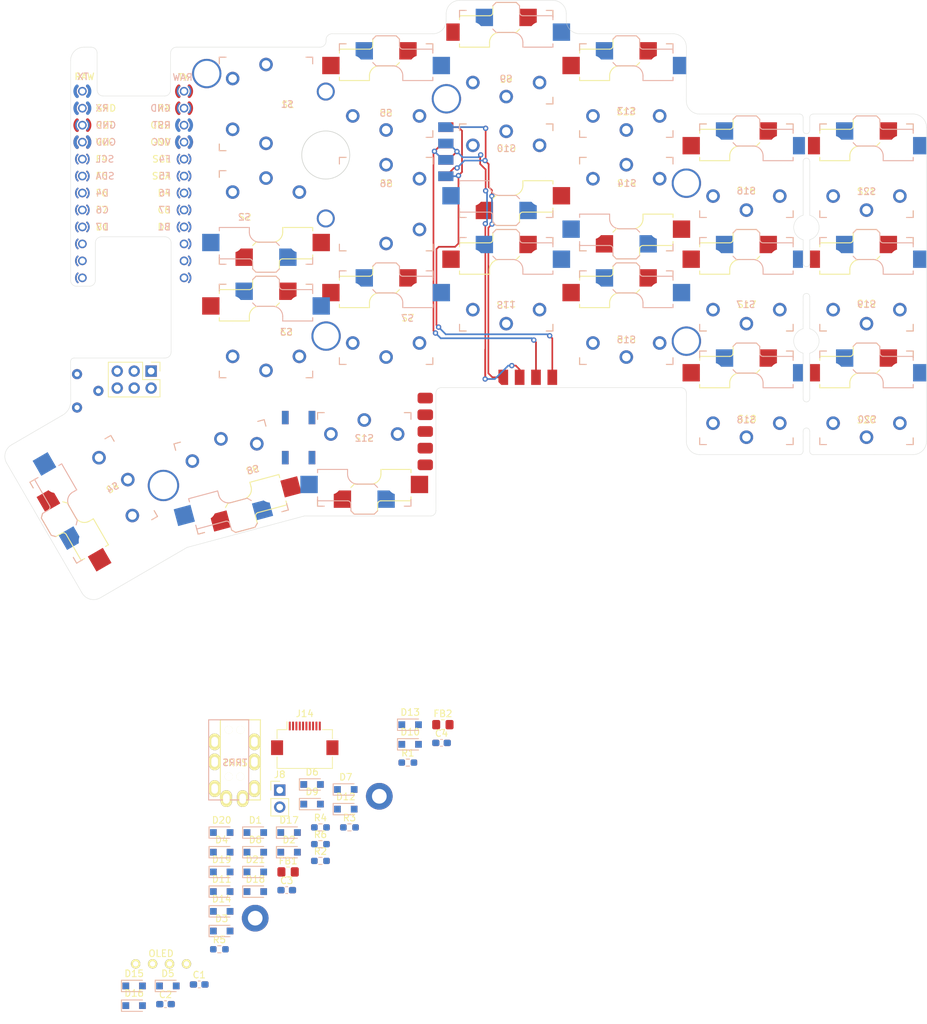
<source format=kicad_pcb>
(kicad_pcb (version 20211014) (generator pcbnew)
  (title_block (title "TPS42 Split Keyboard") (date "2021-11-13") (rev "1"))
  (layers (0 "F.Cu" signal) (31 "B.Cu" signal) (34 "B.Paste" user) (35 "F.Paste" user) (36 "B.SilkS" user "B.Silkscreen") (37 "F.SilkS" user "F.Silkscreen") (38 "B.Mask" user) (39 "F.Mask" user) (44 "Edge.Cuts" user))
  (net 0 "")
  (net 1 "Net-(C1-Pad2)")
  (net 2 "VCC")
  (net 3 "Net-(D1-Pad2)")
  (net 4 "ROW0")
  (net 5 "Net-(D2-Pad2)")
  (net 6 "ROW1")
  (net 7 "Net-(D3-Pad2)")
  (net 8 "ROW2")
  (net 9 "Net-(D4-Pad2)")
  (net 10 "ROW3")
  (net 11 "Net-(D5-Pad2)")
  (net 12 "Net-(D6-Pad2)")
  (net 13 "Net-(D7-Pad2)")
  (net 14 "Net-(D8-Pad2)")
  (net 15 "Net-(D9-Pad2)")
  (net 16 "Net-(D10-Pad2)")
  (net 17 "Net-(D11-Pad2)")
  (net 18 "Net-(D12-Pad2)")
  (net 19 "Net-(D13-Pad2)")
  (net 20 "Net-(D14-Pad2)")
  (net 21 "Net-(D15-Pad2)")
  (net 22 "Net-(D16-Pad2)")
  (net 23 "Net-(D17-Pad2)")
  (net 24 "Net-(D18-Pad2)")
  (net 25 "Net-(D19-Pad2)")
  (net 26 "Net-(D20-Pad2)")
  (net 27 "SERIAL")
  (net 28 "GND")
  (net 29 "TP_CLK")
  (net 30 "TP_DATA")
  (net 31 "DAT")
  (net 32 "Net-(J8-Pad1)")
  (net 33 "CLK")
  (net 34 "CS")
  (net 35 "COL0")
  (net 36 "COL1")
  (net 37 "COL2")
  (net 38 "COL3")
  (net 39 "COL4")
  (net 40 "COL5")
  (net 41 "BAT+")
  (net 42 "RESET")
  (net 43 "Net-(D21-Pad2)")
  (net 44 "Net-(J3-Pad1)")
  (net 45 "Net-(J3-Pad2)")
  (net 46 "Net-(J3-Pad3)")
  (net 47 "Net-(J3-Pad4)")
  (net 52 "/DISP")
  (net 53 "VDDA")
  (net 54 "GNDA")
  (net 55 "+3V3")
  (net 56 "Net-(J1-Pad1)")
  (net 57 "Net-(J1-Pad2)")
  (net 59 "Net-(J1-Pad4)")
  (net 60 "Net-(J13-Pad1)")
  (net 61 "Net-(J13-Pad4)")
  (net 62 "/SCLK")
  (net 63 "/SI")
  (net 64 "/SCS")
  (net 65 "/EXTCOMIN")
  (net 66 "/EXTMODE")
  (footprint "TPS42:OLED" (layer "F.Cu") (at 96.545 179.505)
    (fp_text reference "J6")
    (fp_text value "OLED" hide)
  )
  (footprint "Connector_PinHeader_2.54mm:PinHeader_2x03_P2.54mm_Vertical" (layer "F.Cu") (at 95.055 90.755 -90)
    (fp_text reference "J11" hide)
    (fp_text value "Conn_01x06" hide)
  )
  (footprint "TPS42:D_SOD-323_HandSoldering_Reversable" (layer "F.Cu") (at 105.63 159.84)
    (fp_text reference "D20")
    (fp_text value "D_Small")
  )
  (footprint "TPS42:TPSensorModule_Connector" (layer "F.Cu") (at 139.22 57.9 180)
    (fp_text reference "J9" hide)
    (fp_text value "TP Sensor Module" hide)
  )
  (footprint "TPS42:Kailh_socket_PG1350_optional_reversible.kicad_mod" (layer "F.Cu") (at 166.275 82.75)
    (fp_text reference "S15")
    (fp_text value "Switch" hide)
  )
  (footprint "TPS42:Kailh_socket_PG1350_optional_reversible.kicad_mod" (layer "F.Cu") (at 112.274999 67.750001 180)
    (fp_text reference "S2")
    (fp_text value "Switch" hide)
  )
  (footprint "TPS42:Kailh_socket_PG1350_optional_reversible.kicad_mod" (layer "F.Cu") (at 202.275 94.75)
    (fp_text reference "S20")
    (fp_text value "Switch" hide)
  )
  (footprint "Resistor_SMD:R_0805_2012Metric_Pad1.20x1.40mm_HandSolder" (layer "F.Cu") (at 138.78 143.69)
    (fp_text reference "FB2")
    (fp_text value "Ferrite_Bead")
  )
  (footprint "TPS42:Kailh_socket_PG1350_optional_reversible.kicad_mod" (layer "F.Cu") (at 107.05 106.6 -165)
    (fp_text reference "S8")
    (fp_text value "Switch" hide)
  )
  (footprint "TPS42:SMD-SW-4_5.1x5.1x2.5" (layer "F.Cu") (at 117.16 100.71 90)
    (fp_text reference "SW3" hide)
    (fp_text value "Reset" hide)
  )
  (footprint "Connector_FFC-FPC:Hirose_FH12-10S-0.5SH_1x10-1MP_P0.50mm_Horizontal" (layer "F.Cu") (at 118.08 145.74)
    (fp_text reference "J14")
    (fp_text value "FH12-10S-0.5SH")
  )
  (footprint "TPS42:D_SOD-323_HandSoldering_Reversable" (layer "F.Cu") (at 110.68 162.79)
    (fp_text reference "D8")
    (fp_text value "D_Small")
  )
  (footprint "TPS42:HOLE_M2_TH" (layer "F.Cu") (at 175.28 62.62)
    (fp_text reference "U7" hide)
    (fp_text value "Hole" hide)
  )
  (footprint "TPS42:D_SOD-323_HandSoldering_Reversable" (layer "F.Cu") (at 133.88 146.64)
    (fp_text reference "D10")
    (fp_text value "D_Small")
  )
  (footprint "TPS42:D_SOD-323_HandSoldering_Reversable" (layer "F.Cu") (at 110.68 159.84)
    (fp_text reference "D1")
    (fp_text value "D_Small")
  )
  (footprint "TPS42:R_0603_1608Metric_Pad0.98x0.95mm_HandSolder_Reversable" (layer "F.Cu") (at 133.53 149.37)
    (fp_text reference "R1")
    (fp_text value "4.7kΩ")
  )
  (footprint "TPS42:Kailh_socket_PG1350_optional_reversible.kicad_mod" (layer "F.Cu") (at 184.275 60.75)
    (fp_text reference "S16")
    (fp_text value "Switch" hide)
  )
  (footprint "TPS42:SW_PG1350_reversible" (layer "F.Cu") (at 112.275 50.75 180)
    (fp_text reference "S1")
    (fp_text value "Switch" hide)
  )
  (footprint "TPS42:D_SOD-323_HandSoldering_Reversable" (layer "F.Cu") (at 105.63 171.64)
    (fp_text reference "D14")
    (fp_text value "D_Small")
  )
  (footprint "TPS42:M2_HOLE_PCB" (layer "F.Cu") (at 110.655 172.665)
    (fp_text reference "U2" hide)
    (fp_text value "Hole")
  )
  (footprint "TPS42:R_0603_1608Metric_Pad0.98x0.95mm_HandSolder_Reversable" (layer "F.Cu") (at 120.43 161.58)
    (fp_text reference "R6")
    (fp_text value "10kΩ")
  )
  (footprint "TPS42:D_SOD-323_HandSoldering_Reversable" (layer "F.Cu") (at 119.18 155.59)
    (fp_text reference "D9")
    (fp_text value "D_Small")
  )
  (footprint "TPS42:R_0603_1608Metric_Pad0.98x0.95mm_HandSolder_Reversable" (layer "F.Cu") (at 120.43 159.07)
    (fp_text reference "R4")
    (fp_text value "4.7kΩ")
  )
  (footprint "TPS42:HOLE_M2_TH" (layer "F.Cu") (at 96.9 107.88)
    (fp_text reference "U12" hide)
    (fp_text value "Hole" hide)
  )
  (footprint "TPS42:D_SOD-323_HandSoldering_Reversable" (layer "F.Cu") (at 110.68 168.69)
    (fp_text reference "D18")
    (fp_text value "D_Small")
  )
  (footprint "TPS42:HOLE_M2_TH" (layer "F.Cu") (at 139.31 49.98)
    (fp_text reference "U8" hide)
    (fp_text value "Hole" hide)
  )
  (footprint "Connector_PinHeader_2.54mm:PinHeader_1x02_P2.54mm_Vertical" (layer "F.Cu") (at 114.33 153.49)
    (fp_text reference "J8")
    (fp_text value "Battery")
  )
  (footprint "TPS42:D_SOD-323_HandSoldering_Reversable" (layer "F.Cu") (at 124.23 156.34)
    (fp_text reference "D12")
    (fp_text value "D_Small")
  )
  (footprint "TPS42:TPModule" (layer "F.Cu") (at 136.14 99.79)
    (fp_text reference "J7" hide)
    (fp_text value "TrackPoint" hide)
  )
  (footprint "TPS42:C_0603_1608Metric_Pad1.08x0.95mm_HandSolder_Reversable" (layer "F.Cu") (at 102.26 182.59)
    (fp_text reference "C1")
    (fp_text value "2.2uF")
  )
  (footprint "TPS42:Kailh_socket_PG1350_optional_reversible.kicad_mod" (layer "F.Cu") (at 148.275 77.75)
    (fp_text reference "S11")
    (fp_text value "Switch" hide)
  )
  (footprint "TPS42:Kailh_socket_PG1350_optional_reversible.kicad_mod" (layer "F.Cu") (at 166.275 65.75 180)
    (fp_text reference "S14")
    (fp_text value "Switch" hide)
  )
  (footprint "TPS42:D_SOD-323_HandSoldering_Reversable" (layer "F.Cu") (at 124.23 153.39)
    (fp_text reference "D7")
    (fp_text value "D_Small")
  )
  (footprint "TPS42:Kailh_socket_PG1350_optional_reversible.kicad_mod" (layer "F.Cu") (at 202.275 77.75)
    (fp_text reference "S19")
    (fp_text value "Switch" hide)
  )
  (footprint "TPS42:Kailh_socket_PG1350_optional_reversible.kicad_mod" (layer "F.Cu") (at 166.275 48.75)
    (fp_text reference "S13")
    (fp_text value "Switch" hide)
  )
  (footprint "TPS42:D_SOD-323_HandSoldering_Reversable" (layer "F.Cu") (at 105.63 168.69)
    (fp_text reference "D11")
    (fp_text value "D_Small")
  )
  (footprint "TPS42:R_0603_1608Metric_Pad0.98x0.95mm_HandSolder_Reversable" (layer "F.Cu") (at 124.78 159.07)
    (fp_text reference "R3")
    (fp_text value "4.7kΩ")
  )
  (footprint "TPS42:Kailh_socket_PG1350_optional_reversible.kicad_mod" (layer "F.Cu") (at 130.274999 82.750001)
    (fp_text reference "S7")
    (fp_text value "Switch" hide)
  )
  (footprint "TPS42:Kailh_socket_PG1350_optional_reversible.kicad_mod" (layer "F.Cu") (at 184.275 94.75)
    (fp_text reference "S18")
    (fp_text value "Switch" hide)
  )
  (footprint "TPS42:MJ-4PP-9" (layer "F.Cu") (at 108.43 142.965)
    (fp_text reference "J1")
    (fp_text value "PJ-320A" hide)
  )
  (footprint "TPS42:D_SOD-323_HandSoldering_Reversable" (layer "F.Cu") (at 92.51 185.76)
    (fp_text reference "D16")
    (fp_text value "D_Small")
  )
  (footprint "TPS42:C_0603_1608Metric_Pad1.08x0.95mm_HandSolder_Reversable" (layer "F.Cu") (at 97.21 185.54)
    (fp_text reference "C2")
    (fp_text value "560pF/680pF")
  )
  (footprint "TPS42:D_SOD-323_HandSoldering_Reversable" (layer "F.Cu") (at 105.63 174.59)
    (fp_text reference "D3")
    (fp_text value "D_Small")
  )
  (footprint "TPS42:Kailh_socket_PG1350_optional_reversible.kicad_mod" (layer "F.Cu") (at 148.275 60.75 180)
    (fp_text reference "S10")
    (fp_text value "Switch" hide)
  )
  (footprint "Resistor_SMD:R_0805_2012Metric_Pad1.20x1.40mm_HandSolder" (layer "F.Cu") (at 115.58 165.74)
    (fp_text reference "FB1")
    (fp_text value "Ferrite_Bead")
  )
  (footprint "TPS42:C_0603_1608Metric_Pad1.08x0.95mm_HandSolder_Reversable" (layer "F.Cu") (at 138.58 146.42)
    (fp_text reference "C4")
    (fp_text value "1uF")
  )
  (footprint "TPS42:D_SOD-323_HandSoldering_Reversable" (layer "F.Cu") (at 119.18 152.64)
    (fp_text reference "D6")
    (fp_text value "D_Small")
  )
  (footprint "TPS42:D_SOD-323_HandSoldering_Reversable" (layer "F.Cu") (at 115.73 162.79)
    (fp_text reference "D2")
    (fp_text value "D_Small")
  )
  (footprint "TPS42:Kailh_socket_PG1350_optional_reversible.kicad_mod" (layer "F.Cu") (at 184.275 77.75)
    (fp_text reference "S17")
    (fp_text value "Switch" hide)
  )
  (footprint "TPS42:HOLE_M2_TH" (layer "F.Cu") (at 121.28 85.51)
    (fp_text reference "U5" hide)
    (fp_text value "Hole" hide)
  )
  (footprint "TPS42:TPSensorModule_Connector" (layer "F.Cu") (at 151.51 91.68 90)
    (fp_text reference "J3" hide)
    (fp_text value "TP Sensor Module" hide)
  )
  (footprint "TPS42:Kailh_socket_PG1350_optional_reversible.kicad_mod" (layer "F.Cu") (at 130.274999 48.75)
    (fp_text reference "S5")
    (fp_text value "Switch" hide)
  )
  (footprint "TPS42:Kailh_socket_PG1350_optional_reversible.kicad_mod" (layer "F.Cu") (at 112.274999 84.750001)
    (fp_text reference "S3")
    (fp_text value "Switch" hide)
  )
  (footprint "TPS42:HOLE_M2_TH" (layer "F.Cu") (at 103.39 46.2)
    (fp_text reference "U9" hide)
    (fp_text value "Hole" hide)
  )
  (footprint "TPS42:TPSensorModule" (layer "F.Cu") (at 121.227683 58.4)
    (fp_text reference "U11" hide)
    (fp_text value "Hole" hide)
    (fp_circle (center 0 0) (end 3.6 0) (layer "Edge.Cuts") (width 0.1) (fill none))
  )
  (footprint "TPS42:D_SOD-323_HandSoldering_Reversable" (layer "F.Cu") (at 105.63 165.74)
    (fp_text reference "D19")
    (fp_text value "D_Small")
  )
  (footprint "TPS42:R_0603_1608Metric_Pad0.98x0.95mm_HandSolder_Reversable" (layer "F.Cu") (at 120.43 164.09)
    (fp_text reference "R2")
    (fp_text value "4.7kΩ")
  )
  (footprint "TPS42:ProMicro_Flipped_v2_A" (layer "F.Cu") (at 92.37 61.56)
    (fp_text reference "U1" hide)
    (fp_text value "ProMicro" hide)
  )
  (footprint "TPS42:SW_PG1350_reversible" (layer "F.Cu") (at 130.275 65.75)
    (fp_text reference "S6" hide)
    (fp_text value "Switch" hide)
  )
  (footprint "TPS42:Kailh_socket_PG1350_optional_reversible.kicad_mod" (layer "F.Cu") (at 127 103.975 180)
    (fp_text reference "S12")
    (fp_text value "Switch" hide)
  )
  (footprint "TPS42:Kailh_socket_PG1350_125_optional_reversible.kicad_mod" (layer "F.Cu") (at 86.45 109.95 120)
    (fp_text reference "S4")
    (fp_text value "Switch" hide)
  )
  (footprint "TPS42:D_SOD-323_HandSoldering_Reversable" (layer "F.Cu") (at 115.73 159.84)
    (fp_text reference "D17")
    (fp_text value "D_Small")
  )
  (footprint "TPS42:D_SOD-323_HandSoldering_Reversable" (layer "F.Cu") (at 110.68 165.74)
    (fp_text reference "D21")
    (fp_text value "D_Small")
  )
  (footprint "TPS42:D_SOD-323_HandSoldering_Reversable" (layer "F.Cu") (at 92.51 182.81)
    (fp_text reference "D15")
    (fp_text value "D_Small")
  )
  (footprint "TPS42:Kailh_socket_PG1350_optional_reversible.kicad_mod" (layer "F.Cu") (at 148.275 43.75)
    (fp_text reference "S9")
    (fp_text value "Switch" hide)
  )
  (footprint "TPS42:M2_HOLE_PCB" (layer "F.Cu") (at 129.255 154.415)
    (fp_text reference "U3" hide)
    (fp_text value "Hole")
  )
  (footprint "TPS42:D_SOD-323_HandSoldering_Reversable" (layer "F.Cu") (at 105.63 162.79)
    (fp_text reference "D4")
    (fp_text value "D_Small")
  )
  (footprint "TPS42:C_0603_1608Metric_Pad1.08x0.95mm_HandSolder_Reversable" (layer "F.Cu") (at 115.38 168.47)
    (fp_text reference "C3")
    (fp_text value "1uF")
  )
  (footprint "TPS42:D_SOD-323_HandSoldering_Reversable" (layer "F.Cu") (at 97.56 182.81)
    (fp_text reference "D5")
    (fp_text value "D_Small")
  )
  (footprint "TPS42:Kailh_socket_PG1350_optional_reversible.kicad_mod" (layer "F.Cu") (at 202.275 60.75)
    (fp_text reference "S21")
    (fp_text value "Switch" hide)
  )
  (footprint "TPS42:D_SOD-323_HandSoldering_Reversable" (layer "F.Cu") (at 133.88 143.69)
    (fp_text reference "D13")
    (fp_text value "D_Small")
  )
  (footprint "TPS42:HOLE_M2_TH" (layer "F.Cu") (at 175.28 86.27)
    (fp_text reference "U4" hide)
    (fp_text value "Hole" hide)
  )
  (footprint "TPS42:R_0603_1608Metric_Pad0.98x0.95mm_HandSolder_Reversable" (layer "F.Cu") (at 105.28 177.32)
    (fp_text reference "R5")
    (fp_text value "100kΩ")
  )
  (footprint "TPS42:SW-TH_3P-L9.1-W3.5-P2.50-S3.20-A3" (layer "B.Cu") (at 85.55 93.71 90)
    (fp_text reference "SW1" hide)
    (fp_text value "SW_DPST_x2")
  )
  (footprint "TPS42:ProMicro_Flipped_v2_B" (layer "B.Cu") (at 92.37 61.56 180)
    (fp_text reference "U14" hide)
    (fp_text value "ProMicro" hide)
  )
  (footprint "TPS42:SMD-SW-4_5.1x5.1x2.5" (layer "B.Cu") (at 117.155 100.71 -90)
    (fp_text reference "SW2" hide)
    (fp_text value "Reset" hide)
  )
  (footprint "TPS42:TPSensorModule_Connector" (layer "B.Cu") (at 139.22 57.9 180)
    (fp_text reference "J4" hide)
    (fp_text value "TP Module" hide)
  )
  (gr_line (start 192.77 71.08) (end 192.77 74.62) (layer "Edge.Cuts") (width 0.05))
  (gr_arc (start 97.15 70.65) (mid 97.786395 70.913604) (end 98.05 71.55) (layer "Edge.Cuts") (width 0.05))
  (gr_line (start 193.77 52.77) (end 193.77 54.71) (layer "Edge.Cuts") (width 0.05))
  (gr_arc (start 97.963604 48.667208) (mid 97.7 49.303603) (end 97.063604 49.567208) (layer "Edge.Cuts") (width 0.05))
  (gr_arc (start 87.86 49.563604) (mid 87.223605 49.3) (end 86.96 48.663604) (layer "Edge.Cuts") (width 0.05))
  (gr_arc (start 86.7 71.55) (mid 86.963604 70.913605) (end 87.6 70.65) (layer "Edge.Cuts") (width 0.05))
  (gr_line (start 100.45 117.15) (end 87.427637 124.700199) (layer "Edge.Cuts") (width 0.05))
  (gr_arc (start 83 95.27) (mid 82.670729 96.478913) (end 81.774214 97.354214) (layer "Edge.Cuts") (width 0.05))
  (gr_arc (start 192.766447 102.756447) (mid 192.62 103.11) (end 192.266447 103.256447) (layer "Edge.Cuts") (width 0.05))
  (gr_line (start 85.8 78.05) (end 83.886396 78.053604) (layer "Edge.Cuts") (width 0.05))
  (gr_line (start 81.774214 97.354214) (end 74.131851 101.795588) (layer "Edge.Cuts") (width 0.05))
  (gr_arc (start 173.275786 40.244214) (mid 174.689999 40.83) (end 175.275786 42.244214) (layer "Edge.Cuts") (width 0.05))
  (gr_arc (start 86.063604 42.25) (mid 86.699999 42.513604) (end 86.963604 43.15) (layer "Edge.Cuts") (width 0.05))
  (gr_arc (start 193.77 74.62) (mid 193.27 75.12) (end 192.77 74.62) (layer "Edge.Cuts") (width 0.05))
  (gr_line (start 159.28 40.25) (end 173.275786 40.244214) (layer "Edge.Cuts") (width 0.05))
  (gr_arc (start 192.765494 88.07) (mid 191.363961 86.24) (end 192.765494 84.41) (layer "Edge.Cuts") (width 0.05))
  (gr_line (start 138.535685 93.23) (end 174.474315 93.23) (layer "Edge.Cuts") (width 0.05))
  (gr_line (start 211.27 54.264214) (end 211.27 101.25) (layer "Edge.Cuts") (width 0.05))
  (gr_line (start 192.766447 102.756447) (end 192.77 99.77) (layer "Edge.Cuts") (width 0.05))
  (gr_line (start 177.264214 52.27) (end 192.27 52.27) (layer "Edge.Cuts") (width 0.05))
  (gr_line (start 193.77 74.62) (end 193.768467 71.08) (layer "Edge.Cuts") (width 0.05))
  (gr_arc (start 192.77 59.37) (mid 193.27 58.87) (end 193.77 59.37) (layer "Edge.Cuts") (width 0.05))
  (gr_line (start 193.77 59.37) (end 193.768467 67.42) (layer "Edge.Cuts") (width 0.05))
  (gr_arc (start 193.77 94.87) (mid 193.27 95.37) (end 192.77 94.87) (layer "Edge.Cuts") (width 0.05))
  (gr_arc (start 193.77 52.77) (mid 193.916447 52.416447) (end 194.27 52.27) (layer "Edge.Cuts") (width 0.05))
  (gr_line (start 157.28 37.25) (end 157.28 38.25) (layer "Edge.Cuts") (width 0.05))
  (gr_arc (start 192.27 52.27) (mid 192.623553 52.416447) (end 192.77 52.77) (layer "Edge.Cuts") (width 0.05))
  (gr_arc (start 193.768467 67.42) (mid 195.17 69.25) (end 193.768467 71.08) (layer "Edge.Cuts") (width 0.05))
  (gr_line (start 137.74 111.65) (end 137.735685 94.03) (layer "Edge.Cuts") (width 0.05))
  (gr_line (start 73.399801 104.527638) (end 84.695587 123.968149) (layer "Edge.Cuts") (width 0.05))
  (gr_arc (start 97.967208 43.15) (mid 98.230812 42.513605) (end 98.867208 42.25) (layer "Edge.Cuts") (width 0.05))
  (gr_arc (start 177.270001 103.255786) (mid 175.855788 102.67) (end 175.270001 101.255786) (layer "Edge.Cuts") (width 0.05))
  (gr_arc (start 139.28 37.25) (mid 139.865786 35.835787) (end 141.28 35.25) (layer "Edge.Cuts") (width 0.05))
  (gr_line (start 97.15 88.79) (end 83.53 88.79) (layer "Edge.Cuts") (width 0.05))
  (gr_line (start 136.94 112.45) (end 118 112.45) (layer "Edge.Cuts") (width 0.05))
  (gr_line (start 122.17 40.25) (end 137.275786 40.25) (layer "Edge.Cuts") (width 0.05))
  (gr_arc (start 82.98 89.33) (mid 83.144678 88.947635) (end 83.53 88.79) (layer "Edge.Cuts") (width 0.05))
  (gr_arc (start 192.77 99.77) (mid 193.27 99.27) (end 193.77 99.77) (layer "Edge.Cuts") (width 0.05))
  (gr_line (start 192.266447 103.256447) (end 177.270001 103.255786) (layer "Edge.Cuts") (width 0.05))
  (gr_line (start 82.990001 44.250001) (end 82.986396 77.153604) (layer "Edge.Cuts") (width 0.05))
  (gr_arc (start 137.74 111.65) (mid 137.505685 112.215685) (end 136.94 112.45) (layer "Edge.Cuts") (width 0.05))
  (gr_line (start 175.275786 42.244214) (end 175.264214 50.27) (layer "Edge.Cuts") (width 0.05))
  (gr_line (start 86.063604 42.25) (end 84.990001 42.250001) (layer "Edge.Cuts") (width 0.05))
  (gr_line (start 193.77 99.77) (end 193.763553 102.756447) (layer "Edge.Cuts") (width 0.05))
  (gr_line (start 209.27 103.25) (end 194.263553 103.256447) (layer "Edge.Cuts") (width 0.05))
  (gr_arc (start 177.264214 52.27) (mid 175.850001 51.684214) (end 175.264214 50.27) (layer "Edge.Cuts") (width 0.05))
  (gr_arc (start 121.27 41.15) (mid 121.533604 40.513605) (end 122.17 40.25) (layer "Edge.Cuts") (width 0.05))
  (gr_line (start 194.27 52.27) (end 209.27 52.264214) (layer "Edge.Cuts") (width 0.05))
  (gr_line (start 87.86 49.563604) (end 97.063604 49.567208) (layer "Edge.Cuts") (width 0.05))
  (gr_arc (start 194.263553 103.256447) (mid 193.91 103.11) (end 193.763553 102.756447) (layer "Edge.Cuts") (width 0.05))
  (gr_line (start 118 112.45) (end 100.45 117.15) (layer "Edge.Cuts") (width 0.05))
  (gr_arc (start 83.886396 78.053604) (mid 83.250001 77.79) (end 82.986396 77.153604) (layer "Edge.Cuts") (width 0.05))
  (gr_arc (start 73.399801 104.527638) (mid 73.2 103.01) (end 74.131851 101.795588) (layer "Edge.Cuts") (width 0.05))
  (gr_arc (start 155.28 35.25) (mid 156.694213 35.835786) (end 157.28 37.25) (layer "Edge.Cuts") (width 0.05))
  (gr_arc (start 137.735685 94.03) (mid 137.97 93.464315) (end 138.535685 93.23) (layer "Edge.Cuts") (width 0.05))
  (gr_arc (start 139.275786 38.25) (mid 138.69 39.664213) (end 137.275786 40.25) (layer "Edge.Cuts") (width 0.05))
  (gr_arc (start 192.77 71.08) (mid 191.368467 69.25) (end 192.77 67.42) (layer "Edge.Cuts") (width 0.05))
  (gr_arc (start 87.427637 124.700199) (mid 85.909999 124.9) (end 84.695587 123.968149) (layer "Edge.Cuts") (width 0.05))
  (gr_arc (start 211.27 101.25) (mid 210.684214 102.664213) (end 209.27 103.25) (layer "Edge.Cuts") (width 0.05))
  (gr_line (start 175.274315 94.03) (end 175.270001 101.255786) (layer "Edge.Cuts") (width 0.05))
  (gr_line (start 98.05 71.55) (end 98.05 87.9) (layer "Edge.Cuts") (width 0.05))
  (gr_line (start 98.867208 42.25) (end 120.37 42.25) (layer "Edge.Cuts") (width 0.05))
  (gr_line (start 139.275786 38.25) (end 139.28 37.25) (layer "Edge.Cuts") (width 0.05))
  (gr_arc (start 174.474315 93.23) (mid 175.04 93.464315) (end 175.274315 94.03) (layer "Edge.Cuts") (width 0.05))
  (gr_arc (start 86.7 77.15) (mid 86.436396 77.786395) (end 85.8 78.05) (layer "Edge.Cuts") (width 0.05))
  (gr_line (start 97.967208 43.15) (end 97.963604 48.667208) (layer "Edge.Cuts") (width 0.05))
  (gr_arc (start 98.05 87.9) (mid 97.785691 88.532777) (end 97.15 88.79) (layer "Edge.Cuts") (width 0.05))
  (gr_line (start 141.28 35.25) (end 155.28 35.25) (layer "Edge.Cuts") (width 0.05))
  (gr_arc (start 159.28 40.25) (mid 157.865787 39.664214) (end 157.28 38.25) (layer "Edge.Cuts") (width 0.05))
  (gr_line (start 121.27 41.15) (end 121.27 41.35) (layer "Edge.Cuts") (width 0.05))
  (gr_arc (start 82.990001 44.250001) (mid 83.575787 42.835788) (end 84.990001 42.250001) (layer "Edge.Cuts") (width 0.05))
  (gr_line (start 192.77 94.87) (end 192.765494 88.07) (layer "Edge.Cuts") (width 0.05))
  (gr_line (start 192.765494 84.41) (end 192.77 79.62) (layer "Edge.Cuts") (width 0.05))
  (gr_line (start 87.6 70.65) (end 97.15 70.65) (layer "Edge.Cuts") (width 0.05))
  (gr_line (start 83 95.27) (end 82.98 89.33) (layer "Edge.Cuts") (width 0.05))
  (gr_arc (start 209.27 52.264214) (mid 210.684213 52.85) (end 211.27 54.264214) (layer "Edge.Cuts") (width 0.05))
  (gr_line (start 192.77 67.42) (end 192.77 59.37) (layer "Edge.Cuts") (width 0.05))
  (gr_arc (start 192.77 79.62) (mid 193.27 79.12) (end 193.77 79.62) (layer "Edge.Cuts") (width 0.05))
  (gr_line (start 86.963604 43.15) (end 86.96 48.663604) (layer "Edge.Cuts") (width 0.05))
  (gr_line (start 193.77 94.87) (end 193.763961 88.07) (layer "Edge.Cuts") (width 0.05))
  (gr_arc (start 121.27 41.35) (mid 121.006396 41.986395) (end 120.37 42.25) (layer "Edge.Cuts") (width 0.05))
  (gr_line (start 192.77 54.71) (end 192.77 52.77) (layer "Edge.Cuts") (width 0.05))
  (gr_arc (start 193.77 54.71) (mid 193.27 55.21) (end 192.77 54.71) (layer "Edge.Cuts") (width 0.05))
  (gr_line (start 193.77 79.62) (end 193.763961 84.41) (layer "Edge.Cuts") (width 0.05))
  (gr_line (start 86.7 77.15) (end 86.7 71.55) (layer "Edge.Cuts") (width 0.05))
  (gr_arc (start 193.763961 84.41) (mid 195.165494 86.24) (end 193.763961 88.07) (layer "Edge.Cuts") (width 0.05))
  (gr_text "S6" (at 130.32 62.64) (layer "F.SilkS") (effects (font (size 1 1))))
  (segment (start 140.455 60.34) (end 139.22 61.575) (width 0.25) (layer "F.Cu") (net 44))
  (segment (start 146.1245 63.667517) (end 145.641889 63.184906) (width 0.25) (layer "F.Cu") (net 44))
  (segment (start 145.19 59.14) (end 145.1 59.23) (width 0.25) (layer "F.Cu") (net 44))
  (segment (start 145.59952 69.285684) (end 145.59952 91.07952) (width 0.25) (layer "F.Cu") (net 44))
  (segment (start 145.641889 59.771889) (end 145.1 59.23) (width 0.25) (layer "F.Cu") (net 44))
  (segment (start 146.147856 68.737348) (end 145.59952 69.285684) (width 0.25) (layer "F.Cu") (net 44))
  (segment (start 140.91 60.34) (end 140.455 60.34) (width 0.25) (layer "F.Cu") (net 44))
  (segment (start 145.59952 91.07952) (end 146.2 91.68) (width 0.25) (layer "F.Cu") (net 44))
  (segment (start 145.19 54.4) (end 145.19 59.14) (width 0.25) (layer "F.Cu") (net 44))
  (segment (start 146.1245 64.56) (end 146.1245 63.667517) (width 0.25) (layer "F.Cu") (net 44))
  (segment (start 146.2 91.68) (end 147.835 91.68) (width 0.25) (layer "F.Cu") (net 44))
  (segment (start 145.641889 63.184906) (end 145.641889 59.771889) (width 0.25) (layer "F.Cu") (net 44))
  (via (at 146.1245 64.56) (size 0.8) (drill 0.4) (layers "F.Cu" "B.Cu") (net 44))
  (via (at 145.19 54.4) (size 0.8) (drill 0.4) (layers "F.Cu" "B.Cu") (net 44))
  (via (at 140.91 60.34) (size 0.8) (drill 0.4) (layers "F.Cu" "B.Cu") (net 44))
  (via (at 145.1 59.23) (size 0.8) (drill 0.4) (layers "F.Cu" "B.Cu") (net 44))
  (via (at 146.147856 68.737348) (size 0.8) (drill 0.4) (layers "F.Cu" "B.Cu") (net 44))
  (segment (start 145.015 54.225) (end 145.19 54.4) (width 0.25) (layer "B.Cu") (net 44))
  (segment (start 142.02 59.23) (end 145.1 59.23) (width 0.25) (layer "B.Cu") (net 44))
  (segment (start 139.22 54.225) (end 145.015 54.225) (width 0.25) (layer "B.Cu") (net 44))
  (segment (start 140.91 60.34) (end 142.02 59.23) (width 0.25) (layer "B.Cu") (net 44))
  (segment (start 146.14 68.729492) (end 146.14 64.5755) (width 0.25) (layer "B.Cu") (net 44))
  (segment (start 146.14 64.5755) (end 146.1245 64.56) (width 0.25) (layer "B.Cu") (net 44))
  (segment (start 146.147856 68.737348) (end 146.14 68.729492) (width 0.25) (layer "B.Cu") (net 44))
  (segment (start 144.375489 58.454511) (end 144.45 58.38) (width 0.25) (layer "F.Cu") (net 45))
  (segment (start 149.7 89.93) (end 150.285 90.515) (width 0.25) (layer "F.Cu") (net 45))
  (segment (start 150.285 90.515) (end 150.285 91.68) (width 0.25) (layer "F.Cu") (net 45))
  (segment (start 145.12 91.94) (end 145.12 87.53) (width 0.25) (layer "F.Cu") (net 45))
  (segment (start 145.15 68.68) (end 145.15 91.91) (width 0.25) (layer "F.Cu") (net 45))
  (segment (start 145.15 91.91) (end 145.12 91.94) (width 0.25) (layer "F.Cu") (net 45))
  (segment (start 140.89 57.88) (end 139.645 59.125) (width 0.25) (layer "F.Cu") (net 45))
  (segment (start 149.11 89.93) (end 149.7 89.93) (width 0.25) (layer "F.Cu") (net 45))
  (segment (start 145.192369 60.572369) (end 144.375489 59.755489) (width 0.25) (layer "F.Cu") (net 45))
  (segment (start 139.645 59.125) (end 139.22 59.125) (width 0.25) (layer "F.Cu") (net 45))
  (segment (start 145.192369 63.76) (end 145.192369 60.572369) (width 0.25) (layer "F.Cu") (net 45))
  (segment (start 144.375489 59.755489) (end 144.375489 58.454511) (width 0.25) (layer "F.Cu") (net 45))
  (via (at 144.45 58.38) (size 0.8) (drill 0.4) (layers "F.Cu" "B.Cu") (net 45))
  (via (at 145.192369 63.76) (size 0.8) (drill 0.4) (layers "F.Cu" "B.Cu") (net 45))
  (via (at 140.89 57.88) (size 0.8) (drill 0.4) (layers "F.Cu" "B.Cu") (net 45))
  (via (at 145.15 68.68) (size 0.8) (drill 0.4) (layers "F.Cu" "B.Cu") (net 45))
  (via (at 145.12 91.94) (size 0.8) (drill 0.4) (layers "F.Cu" "B.Cu") (net 45))
  (via (at 149.11 89.93) (size 0.8) (drill 0.4) (layers "F.Cu" "B.Cu") (net 45))
  (segment (start 148.58 89.93) (end 146.57 91.94) (width 0.25) (layer "B.Cu") (net 45))
  (segment (start 146.57 91.94) (end 145.12 91.94) (width 0.25) (layer "B.Cu") (net 45))
  (segment (start 145.192369 63.76) (end 145.4 63.967631) (width 0.25) (layer "B.Cu") (net 45))
  (segment (start 144.09 58.74) (end 144.45 58.38) (width 0.25) (layer "B.Cu") (net 45))
  (segment (start 149.11 89.93) (end 148.58 89.93) (width 0.25) (layer "B.Cu") (net 45))
  (segment (start 140.89 57.88) (end 141.75 58.74) (width 0.25) (layer "B.Cu") (net 45))
  (segment (start 145.4 63.967631) (end 145.4 68.43) (width 0.25) (layer "B.Cu") (net 45))
  (segment (start 141.75 58.74) (end 144.09 58.74) (width 0.25) (layer "B.Cu") (net 45))
  (segment (start 139.685 56.675) (end 139.22 56.675) (width 0.25) (layer "B.Cu") (net 45))
  (segment (start 145.4 68.43) (end 145.15 68.68) (width 0.25) (layer "B.Cu") (net 45))
  (segment (start 140.89 57.88) (end 139.685 56.675) (width 0.25) (layer "B.Cu") (net 45))
  (segment (start 139.865 56.675) (end 139.22 56.675) (width 0.25) (layer "F.Cu") (net 46))
  (segment (start 152.41 86.11) (end 152.735 86.435) (width 0.25) (layer "F.Cu") (net 46))
  (segment (start 137.37 57.99) (end 137.52 57.84) (width 0.25) (layer "F.Cu") (net 46))
  (segment (start 137.37 84.708564) (end 137.37 57.99) (width 0.25) (layer "F.Cu") (net 46))
  (segment (start 152.735 86.435) (end 152.735 91.68) (width 0.25) (layer "F.Cu") (net 46))
  (segment (start 137.52 57.84) (end 138.685 56.675) (width 0.25) (layer "F.Cu") (net 46))
  (segment (start 137.677064 85.015628) (end 137.37 84.708564) (width 0.25) (layer "F.Cu") (net 46))
  (segment (start 138.685 56.675) (end 139.22 56.675) (width 0.25) (layer "F.Cu") (net 46))
  (segment (start 137.677064 85.053399) (end 137.677064 85.015628) (width 0.25) (layer "F.Cu") (net 46))
  (via (at 137.677064 85.053399) (size 0.8) (drill 0.4) (layers "F.Cu" "B.Cu") (net 46))
  (via (at 137.52 57.84) (size 0.8) (drill 0.4) (layers "F.Cu" "B.Cu") (net 46))
  (via (at 152.41 86.11) (size 0.8) (drill 0.4) (layers "F.Cu" "B.Cu") (net 46))
  (segment (start 138.463665 85.84) (end 137.677064 85.053399) (width 0.25) (layer "B.Cu") (net 46))
  (segment (start 138.805 59.125) (end 139.22 59.125) (width 0.25) (layer "B.Cu") (net 46))
  (segment (start 152.41 86.11) (end 152.14 85.84) (width 0.25) (layer "B.Cu") (net 46))
  (segment (start 152.14 85.84) (end 138.463665 85.84) (width 0.25) (layer "B.Cu") (net 46))
  (segment (start 139.22 59.125) (end 139.825 59.125) (width 0.25) (layer "B.Cu") (net 46))
  (segment (start 137.52 57.84) (end 138.805 59.125) (width 0.25) (layer "B.Cu") (net 46))
  (segment (start 139.643 54.22) (end 141.1 54.22) (width 0.25) (layer "F.Cu") (net 47))
  (segment (start 138.16 72.14) (end 140.62 72.14) (width 0.25) (layer "F.Cu") (net 47))
  (segment (start 140.62 72.14) (end 141.12 71.64) (width 0.25) (layer "F.Cu") (net 47))
  (segment (start 141.65 54.77) (end 141.65 60.95) (width 0.25) (layer "F.Cu") (net 47))
  (segment (start 154.79 85.46) (end 155.185 85.855) (width 0.25) (layer "F.Cu") (net 47))
  (segment (start 141.1 54.22) (end 141.65 54.77) (width 0.25) (layer "F.Cu") (net 47))
  (segment (start 137.81952 83.848125) (end 137.81952 72.48048) (width 0.25) (layer "F.Cu") (net 47))
  (segment (start 141.65 60.95) (end 141.12 61.48) (width 0.25) (layer "F.Cu") (net 47))
  (segment (start 155.185 85.855) (end 155.185 91.68) (width 0.25) (layer "F.Cu") (net 47))
  (segment (start 137.81952 72.48048) (end 138.16 72.14) (width 0.25) (layer "F.Cu") (net 47))
  (segment (start 138.137836 84.166441) (end 137.81952 83.848125) (width 0.25) (layer "F.Cu") (net 47))
  (segment (start 139.22 54.225) (end 139.638 54.225) (width 0.25) (layer "F.Cu") (net 47))
  (segment (start 141.12 71.64) (end 141.12 61.48) (width 0.25) (layer "F.Cu") (net 47))
  (segment (start 139.638 54.225) (end 139.643 54.22) (width 0.25) (layer "F.Cu") (net 47))
  (via (at 154.79 85.46) (size 0.8) (drill 0.4) (layers "F.Cu" "B.Cu") (net 47))
  (via (at 141.12 61.48) (size 0.8) (drill 0.4) (layers "F.Cu" "B.Cu") (net 47))
  (via (at 138.137836 84.166441) (size 0.8) (drill 0.4) (layers "F.Cu" "B.Cu") (net 47))
  (segment (start 154.57 85.24) (end 139.211395 85.24) (width 0.25) (layer "B.Cu") (net 47))
  (segment (start 154.79 85.46) (end 154.57 85.24) (width 0.25) (layer "B.Cu") (net 47))
  (segment (start 139.22 61.575) (end 141.025 61.575) (width 0.25) (layer "B.Cu") (net 47))
  (segment (start 139.211395 85.24) (end 138.137836 84.166441) (width 0.25) (layer "B.Cu") (net 47))
  (segment (start 141.025 61.575) (end 141.12 61.48) (width 0.25) (layer "B.Cu") (net 47))
)
</source>
